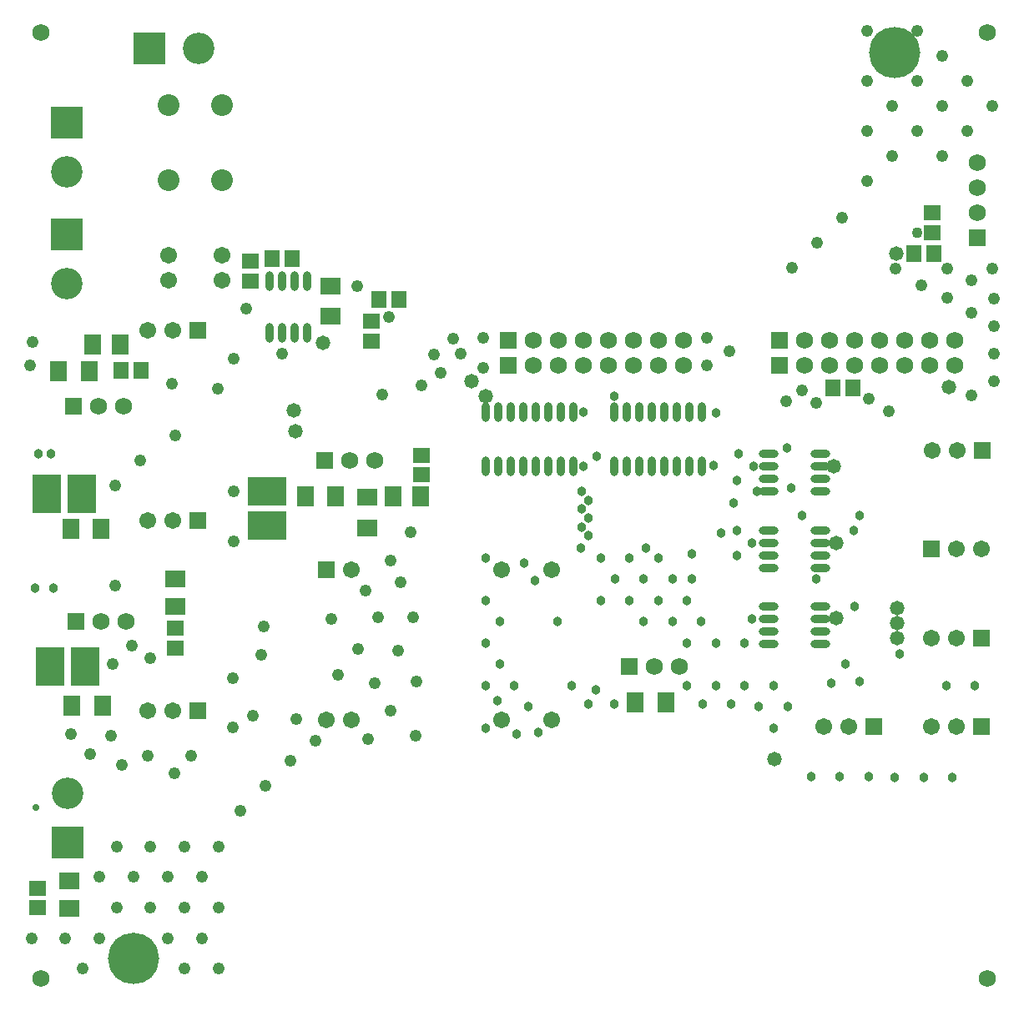
<source format=gbr>
G04 Layer_Color=16711935*
%FSLAX25Y25*%
%MOIN*%
%TF.FileFunction,Soldermask,Bot*%
%TF.Part,Single*%
G01*
G75*
%TA.AperFunction,SMDPad,CuDef*%
%ADD55R,0.06706X0.06312*%
%ADD60R,0.11509X0.15643*%
%ADD61R,0.06706X0.08280*%
%TA.AperFunction,ComponentPad*%
%ADD62C,0.06800*%
%ADD63R,0.06800X0.06800*%
%TA.AperFunction,ViaPad*%
%ADD64C,0.20485*%
%TA.AperFunction,ComponentPad*%
%ADD65C,0.06706*%
%ADD66C,0.08674*%
%ADD67R,0.06706X0.06706*%
%ADD68R,0.06800X0.06800*%
%ADD69R,0.06706X0.06706*%
%ADD70C,0.12611*%
%ADD71R,0.12611X0.12611*%
%ADD72R,0.12611X0.12611*%
%TA.AperFunction,WasherPad*%
%ADD73C,0.06800*%
%TA.AperFunction,ViaPad*%
%ADD74C,0.03800*%
%ADD75C,0.05800*%
%ADD76C,0.04300*%
%ADD77C,0.04800*%
%ADD78C,0.02800*%
%TA.AperFunction,SMDPad,CuDef*%
%ADD79R,0.07099X0.07887*%
%ADD80R,0.06312X0.06706*%
%ADD81R,0.07887X0.07099*%
%ADD82R,0.15643X0.11509*%
%ADD83R,0.08280X0.06706*%
%ADD84O,0.03162X0.07887*%
%ADD85O,0.07887X0.03162*%
D55*
X61200Y120137D02*
D03*
Y112263D02*
D03*
X159600Y181563D02*
D03*
Y189437D02*
D03*
X139600Y242806D02*
D03*
Y234931D02*
D03*
X91400Y259063D02*
D03*
Y266937D02*
D03*
X363600Y286237D02*
D03*
Y278363D02*
D03*
X6400Y8563D02*
D03*
Y16437D02*
D03*
D60*
X10031Y174000D02*
D03*
X23968D02*
D03*
X11332Y104900D02*
D03*
X25269D02*
D03*
D61*
X14598Y222900D02*
D03*
X26802D02*
D03*
X19998Y89200D02*
D03*
X32202D02*
D03*
X113198Y172800D02*
D03*
X125402D02*
D03*
X244998Y90600D02*
D03*
X257202D02*
D03*
X19498Y159831D02*
D03*
X31702D02*
D03*
D62*
X40600Y208800D02*
D03*
X30600D02*
D03*
X141000Y187200D02*
D03*
X131000D02*
D03*
X41584Y123000D02*
D03*
X31584D02*
D03*
X262600Y104800D02*
D03*
X252600D02*
D03*
X332600Y235300D02*
D03*
X342600D02*
D03*
X352600D02*
D03*
X362600D02*
D03*
X372600D02*
D03*
X312600D02*
D03*
X322600D02*
D03*
X381600Y306300D02*
D03*
Y296300D02*
D03*
Y286300D02*
D03*
X332600Y225300D02*
D03*
X342600D02*
D03*
X352600D02*
D03*
X362600D02*
D03*
X372600D02*
D03*
X312600D02*
D03*
X322600D02*
D03*
X224100D02*
D03*
X234100D02*
D03*
X244100D02*
D03*
X254100D02*
D03*
X264100D02*
D03*
X204100D02*
D03*
X214100D02*
D03*
X224100Y235300D02*
D03*
X234100D02*
D03*
X244100D02*
D03*
X254100D02*
D03*
X264100D02*
D03*
X204100D02*
D03*
X214100D02*
D03*
D63*
X20600Y208800D02*
D03*
X121000Y187200D02*
D03*
X21584Y123000D02*
D03*
X242600Y104800D02*
D03*
X302600Y235300D02*
D03*
Y225300D02*
D03*
X194100D02*
D03*
Y235300D02*
D03*
D64*
X348453Y350153D02*
D03*
X44700Y-11600D02*
D03*
D65*
X79979Y259300D02*
D03*
Y269300D02*
D03*
X58479Y259300D02*
D03*
Y269300D02*
D03*
X131700Y83700D02*
D03*
X191700D02*
D03*
X211700D02*
D03*
X121700D02*
D03*
X131700Y143700D02*
D03*
X191700D02*
D03*
X211700D02*
D03*
X373100Y116341D02*
D03*
X363100D02*
D03*
X373100Y80800D02*
D03*
X363100D02*
D03*
X330100Y80800D02*
D03*
X320100D02*
D03*
X373100Y151800D02*
D03*
X383100D02*
D03*
X373700Y191300D02*
D03*
X363700D02*
D03*
X60100Y87400D02*
D03*
X50100D02*
D03*
X60100Y163350D02*
D03*
X50100D02*
D03*
X60100Y239300D02*
D03*
X50100D02*
D03*
D66*
X79979Y299300D02*
D03*
Y329300D02*
D03*
X58479Y299300D02*
D03*
Y329300D02*
D03*
D67*
X121700Y143700D02*
D03*
D68*
X381600Y276300D02*
D03*
D69*
X383100Y116341D02*
D03*
Y80800D02*
D03*
X340100Y80800D02*
D03*
X363100Y151800D02*
D03*
X383700Y191300D02*
D03*
X70100Y87400D02*
D03*
Y163350D02*
D03*
Y239300D02*
D03*
D70*
X17866Y257958D02*
D03*
Y302457D02*
D03*
X70655Y351800D02*
D03*
X18100Y54242D02*
D03*
D71*
X17866Y277642D02*
D03*
Y322143D02*
D03*
X18100Y34558D02*
D03*
D72*
X50970Y351800D02*
D03*
D73*
X7600Y-19700D02*
D03*
X385553D02*
D03*
Y358253D02*
D03*
X7600D02*
D03*
D74*
X12600Y136300D02*
D03*
X5100D02*
D03*
X11600Y189800D02*
D03*
X6600D02*
D03*
X332100Y159300D02*
D03*
X332600Y128800D02*
D03*
X223600Y174800D02*
D03*
Y167800D02*
D03*
X226100Y171300D02*
D03*
Y164300D02*
D03*
X223600Y160658D02*
D03*
X226100Y157122D02*
D03*
X293600Y174800D02*
D03*
X284100Y170264D02*
D03*
X285600Y179300D02*
D03*
X286100Y189800D02*
D03*
X285600Y159300D02*
D03*
Y149300D02*
D03*
X267600Y149800D02*
D03*
Y139800D02*
D03*
X291600Y123800D02*
D03*
Y154300D02*
D03*
X292100Y184800D02*
D03*
X224100D02*
D03*
X276100Y185300D02*
D03*
X249100Y152300D02*
D03*
X223100D02*
D03*
X236600Y212800D02*
D03*
X224100Y206453D02*
D03*
X277100Y206300D02*
D03*
X200600Y146300D02*
D03*
X185100Y148300D02*
D03*
X204800Y139300D02*
D03*
X265600Y114300D02*
D03*
X259850Y122800D02*
D03*
X277100Y114300D02*
D03*
X288600D02*
D03*
X248350Y122800D02*
D03*
X213850D02*
D03*
X190850D02*
D03*
X185100Y114300D02*
D03*
Y131300D02*
D03*
X231100D02*
D03*
X242600D02*
D03*
X254100D02*
D03*
X236850Y139800D02*
D03*
X248350D02*
D03*
X231100Y148300D02*
D03*
X242600D02*
D03*
X254100D02*
D03*
X271350Y122800D02*
D03*
X265600Y131300D02*
D03*
X259850Y139800D02*
D03*
X279100Y158300D02*
D03*
X229600Y188800D02*
D03*
X307419Y176198D02*
D03*
X311600Y165300D02*
D03*
X334600D02*
D03*
X317350Y139800D02*
D03*
X300100Y80300D02*
D03*
X348624Y60705D02*
D03*
X360124D02*
D03*
X380600Y97300D02*
D03*
X369100D02*
D03*
X350600Y109800D02*
D03*
X328850Y105800D02*
D03*
X334600Y98800D02*
D03*
X294350Y88800D02*
D03*
X300100Y97300D02*
D03*
X305850Y88800D02*
D03*
X323100Y98300D02*
D03*
X219600Y97300D02*
D03*
X236500Y89800D02*
D03*
X226350D02*
D03*
X202350Y88800D02*
D03*
X196600Y97300D02*
D03*
X190850Y105800D02*
D03*
X189874Y91155D02*
D03*
X185100Y97300D02*
D03*
X229298Y95498D02*
D03*
X271850Y89800D02*
D03*
X283350D02*
D03*
X265600Y97300D02*
D03*
X277100D02*
D03*
X288600D02*
D03*
X206298Y78498D02*
D03*
X185100Y80300D02*
D03*
X197575Y77945D02*
D03*
X305600Y192339D02*
D03*
X338100Y60800D02*
D03*
X326600D02*
D03*
X315100D02*
D03*
X371624Y60705D02*
D03*
D75*
X120318Y234250D02*
D03*
X349400Y269800D02*
D03*
X108600Y207300D02*
D03*
X349600Y116300D02*
D03*
Y128300D02*
D03*
X324100Y184800D02*
D03*
X325100Y154300D02*
D03*
Y124300D02*
D03*
X300600Y67800D02*
D03*
X179600Y218800D02*
D03*
X185100Y212800D02*
D03*
X109100Y198800D02*
D03*
X349600Y122300D02*
D03*
X370100Y216700D02*
D03*
D76*
X357600Y278363D02*
D03*
D77*
X24200Y-15800D02*
D03*
X3800Y-3600D02*
D03*
X17400D02*
D03*
X31000D02*
D03*
Y20800D02*
D03*
X37800Y-15800D02*
D03*
Y33000D02*
D03*
Y8600D02*
D03*
X65000Y-15800D02*
D03*
X78600D02*
D03*
X51400D02*
D03*
X58200Y-3600D02*
D03*
X71800D02*
D03*
X44600D02*
D03*
X65000Y8600D02*
D03*
X78600D02*
D03*
X51400D02*
D03*
Y33000D02*
D03*
X44600Y20800D02*
D03*
X71800D02*
D03*
X58200D02*
D03*
X65000Y33000D02*
D03*
X78600D02*
D03*
X109500Y84000D02*
D03*
X337600Y338800D02*
D03*
X347600Y328800D02*
D03*
X357600Y338800D02*
D03*
X367600Y328800D02*
D03*
Y348800D02*
D03*
X357600Y358800D02*
D03*
X337600D02*
D03*
X377600Y338800D02*
D03*
X337600Y318800D02*
D03*
X357600D02*
D03*
X377600D02*
D03*
X387600Y328800D02*
D03*
X367600Y308800D02*
D03*
X347600D02*
D03*
X337600Y298800D02*
D03*
X327600Y284300D02*
D03*
X307600Y264300D02*
D03*
X317600Y274300D02*
D03*
X379300Y259400D02*
D03*
X387600Y263800D02*
D03*
X369600D02*
D03*
Y252300D02*
D03*
X348900Y263900D02*
D03*
X388100Y251800D02*
D03*
X379100Y246300D02*
D03*
X388100Y240800D02*
D03*
Y229800D02*
D03*
Y218800D02*
D03*
X379100Y213300D02*
D03*
X338100Y211800D02*
D03*
X346100Y206800D02*
D03*
X305100Y210800D02*
D03*
X311600Y215300D02*
D03*
X317100Y210300D02*
D03*
X273600Y225300D02*
D03*
Y236300D02*
D03*
X282600Y230800D02*
D03*
X184100Y224300D02*
D03*
X167300Y222200D02*
D03*
X172300Y236000D02*
D03*
X184100Y236300D02*
D03*
X175100Y229800D02*
D03*
X159500Y217400D02*
D03*
X164700Y229700D02*
D03*
X143900Y213500D02*
D03*
X146600Y244605D02*
D03*
X89500Y248100D02*
D03*
X133900Y257000D02*
D03*
X157100Y77300D02*
D03*
X138400Y75800D02*
D03*
X117300Y75400D02*
D03*
X157700Y99100D02*
D03*
X96500Y120800D02*
D03*
X123500Y124000D02*
D03*
X126100Y101600D02*
D03*
X147100Y87300D02*
D03*
X140800Y98200D02*
D03*
X134200Y111900D02*
D03*
X156400Y124600D02*
D03*
X142300D02*
D03*
X151100Y138500D02*
D03*
X147100Y147300D02*
D03*
X155200Y158700D02*
D03*
X95600Y109600D02*
D03*
X36300Y106000D02*
D03*
X107100Y67300D02*
D03*
X97400Y57400D02*
D03*
X87100Y47300D02*
D03*
X27100Y69800D02*
D03*
X60900Y62200D02*
D03*
X35600Y77300D02*
D03*
X92400Y85400D02*
D03*
X19600Y77800D02*
D03*
X40000Y65700D02*
D03*
X50100Y69300D02*
D03*
X67600D02*
D03*
X84135Y80570D02*
D03*
Y100353D02*
D03*
X37100Y137300D02*
D03*
Y177300D02*
D03*
X47100Y187300D02*
D03*
X61100Y197300D02*
D03*
X3400Y225300D02*
D03*
X59900Y217800D02*
D03*
X4100Y234500D02*
D03*
X103900Y230100D02*
D03*
X84600Y227800D02*
D03*
X78100Y215800D02*
D03*
X43800Y113400D02*
D03*
X51400Y108200D02*
D03*
X137100Y135200D02*
D03*
X150100Y111400D02*
D03*
X84600Y154800D02*
D03*
Y174800D02*
D03*
X359200Y257200D02*
D03*
D78*
X5600Y48700D02*
D03*
D79*
X28400Y233600D02*
D03*
X39424D02*
D03*
X148288Y172900D02*
D03*
X159312D02*
D03*
D80*
X39563Y223200D02*
D03*
X47437D02*
D03*
X150437Y251606D02*
D03*
X142563D02*
D03*
X107937Y267900D02*
D03*
X100063D02*
D03*
X364137Y269900D02*
D03*
X356263D02*
D03*
X331837Y216300D02*
D03*
X323963D02*
D03*
D81*
X61300Y139812D02*
D03*
Y128788D02*
D03*
X19000Y19412D02*
D03*
Y8388D02*
D03*
D82*
X97900Y161132D02*
D03*
Y175068D02*
D03*
D83*
X138000Y160398D02*
D03*
Y172602D02*
D03*
X123400Y244798D02*
D03*
Y257002D02*
D03*
D84*
X99000Y259033D02*
D03*
X104000D02*
D03*
X109000D02*
D03*
X114000D02*
D03*
X99000Y238167D02*
D03*
X104000D02*
D03*
X109000D02*
D03*
X114000D02*
D03*
X220100Y184973D02*
D03*
X215100D02*
D03*
X210100D02*
D03*
X205100D02*
D03*
X200100D02*
D03*
X195100D02*
D03*
X190100D02*
D03*
X185100D02*
D03*
X220100Y206627D02*
D03*
X215100D02*
D03*
X210100D02*
D03*
X205100D02*
D03*
X200100D02*
D03*
X195100D02*
D03*
X190100D02*
D03*
X185100D02*
D03*
X271600Y184973D02*
D03*
X266600D02*
D03*
X261600D02*
D03*
X256600D02*
D03*
X251600D02*
D03*
X246600D02*
D03*
X241600D02*
D03*
X236600D02*
D03*
X271600Y206627D02*
D03*
X266600D02*
D03*
X261600D02*
D03*
X256600D02*
D03*
X251600D02*
D03*
X246600D02*
D03*
X241600D02*
D03*
X236600D02*
D03*
D85*
X319033Y128800D02*
D03*
Y123800D02*
D03*
Y118800D02*
D03*
Y113800D02*
D03*
X298167Y128800D02*
D03*
Y123800D02*
D03*
Y118800D02*
D03*
Y113800D02*
D03*
X319033Y159300D02*
D03*
Y154300D02*
D03*
Y149300D02*
D03*
Y144300D02*
D03*
X298167Y159300D02*
D03*
Y154300D02*
D03*
Y149300D02*
D03*
Y144300D02*
D03*
X319033Y189800D02*
D03*
Y184800D02*
D03*
Y179800D02*
D03*
Y174800D02*
D03*
X298167Y189800D02*
D03*
Y184800D02*
D03*
Y179800D02*
D03*
Y174800D02*
D03*
%TF.MD5,bfb8a9bc46b8ab3481b61d13d53f9a00*%
M02*

</source>
